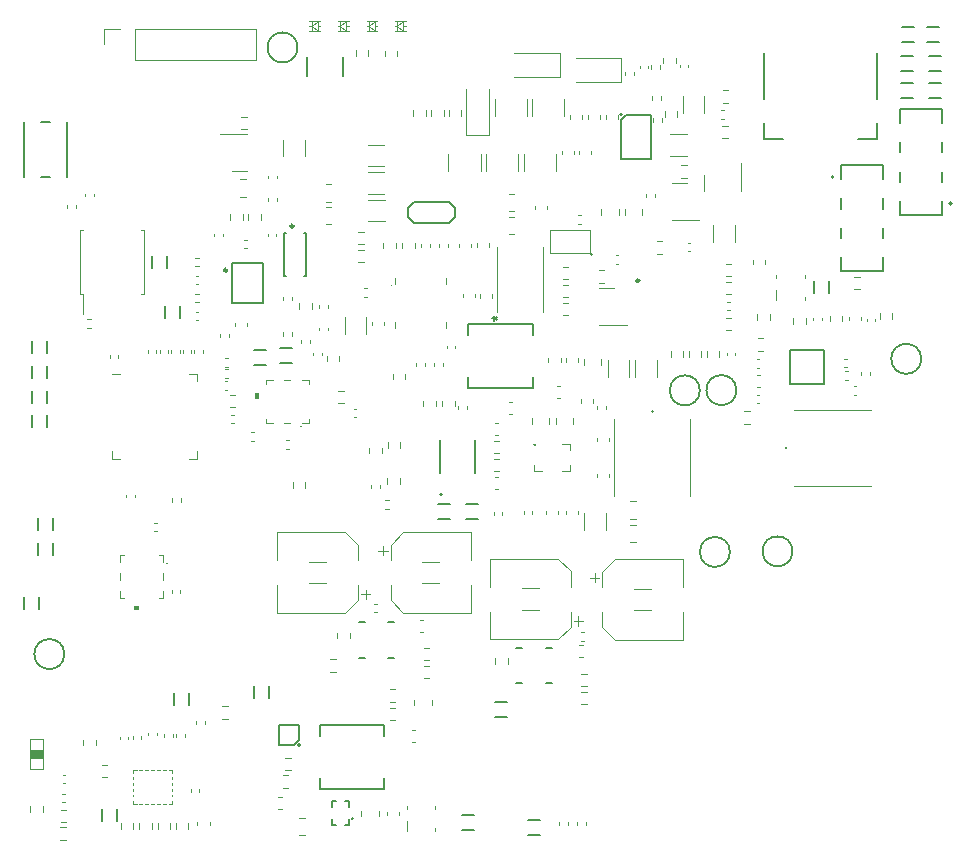
<source format=gbr>
%TF.GenerationSoftware,KiCad,Pcbnew,7.0.11-7.0.11~ubuntu22.04.1*%
%TF.CreationDate,2025-04-04T17:31:18+09:00*%
%TF.ProjectId,robot,726f626f-742e-46b6-9963-61645f706362,rev?*%
%TF.SameCoordinates,PX3938700PY9896800*%
%TF.FileFunction,Legend,Top*%
%TF.FilePolarity,Positive*%
%FSLAX46Y46*%
G04 Gerber Fmt 4.6, Leading zero omitted, Abs format (unit mm)*
G04 Created by KiCad (PCBNEW 7.0.11-7.0.11~ubuntu22.04.1) date 2025-04-04 17:31:18*
%MOMM*%
%LPD*%
G01*
G04 APERTURE LIST*
%ADD10C,0.150000*%
%ADD11C,0.200000*%
%ADD12C,0.120000*%
%ADD13C,0.160000*%
%ADD14C,0.127000*%
%ADD15C,0.110000*%
%ADD16C,0.100000*%
%ADD17C,0.239605*%
%ADD18C,0.250000*%
%ADD19C,0.152400*%
G04 APERTURE END LIST*
D10*
X100500026Y-115472868D02*
X100738121Y-115472868D01*
X100642883Y-115710963D02*
X100738121Y-115472868D01*
X100738121Y-115472868D02*
X100642883Y-115234773D01*
X100928597Y-115615725D02*
X100738121Y-115472868D01*
X100738121Y-115472868D02*
X100928597Y-115330011D01*
D11*
%TO.C,J1*%
X133057420Y-100260199D02*
X131500000Y-100260199D01*
X133057420Y-98939998D02*
X133057420Y-100260199D01*
X133054880Y-92990719D02*
X133054880Y-96940719D01*
X125100000Y-100262739D02*
X123534960Y-100262739D01*
X123534960Y-98939998D02*
X123534960Y-100262739D01*
X123532420Y-92990719D02*
X123532420Y-96940719D01*
D12*
%TO.C,R85*%
X87235940Y-145378565D02*
X86761424Y-145378565D01*
X87235940Y-144333565D02*
X86761424Y-144333565D01*
%TO.C,C101*%
X93709420Y-150290000D02*
X93990580Y-150290000D01*
X93709420Y-151310000D02*
X93990580Y-151310000D01*
%TO.C,R9*%
X130346359Y-119920000D02*
X130653641Y-119920000D01*
X130346359Y-120680000D02*
X130653641Y-120680000D01*
%TO.C,D3*%
X87441666Y-91110000D02*
X88341666Y-91110000D01*
X87641666Y-91110000D02*
X87641666Y-90310000D01*
X88141666Y-91110000D02*
X88141666Y-90310000D01*
X87641666Y-90710000D02*
X88141666Y-91110000D01*
X87641666Y-90710000D02*
X87441666Y-90710000D01*
X88141666Y-90710000D02*
X88341666Y-90710000D01*
X87441666Y-90310000D02*
X88341666Y-90310000D01*
X88141666Y-90310000D02*
X87641666Y-90710000D01*
D10*
%TO.C,TP3*%
X73515000Y-148208000D02*
X73515000Y-147192000D01*
X74785000Y-147192000D02*
X74785000Y-148208000D01*
%TO.C,TP9*%
X127765000Y-113308000D02*
X127765000Y-112292000D01*
X129035000Y-112292000D02*
X129035000Y-113308000D01*
%TO.C,TP16*%
X61515000Y-124708000D02*
X61515000Y-123692000D01*
X62785000Y-123692000D02*
X62785000Y-124708000D01*
D12*
%TO.C,R31*%
X87388630Y-142578787D02*
X87388630Y-142104271D01*
X88433630Y-142578787D02*
X88433630Y-142104271D01*
%TO.C,C78*%
X106279200Y-118872220D02*
X106279200Y-119153380D01*
X105259200Y-118872220D02*
X105259200Y-119153380D01*
%TO.C,C34*%
X106740000Y-132063449D02*
X106740000Y-131782289D01*
X107760000Y-132063449D02*
X107760000Y-131782289D01*
%TO.C,C10*%
X74283600Y-118377736D02*
X74283600Y-118162064D01*
X75003600Y-118377736D02*
X75003600Y-118162064D01*
%TO.C,R79*%
X89637258Y-109172500D02*
X89162742Y-109172500D01*
X89637258Y-108127500D02*
X89162742Y-108127500D01*
%TO.C,U4*%
X108790000Y-107980200D02*
X105390000Y-107980200D01*
X105390000Y-107980200D02*
X105390000Y-109930200D01*
X105390000Y-109930200D02*
X108790000Y-109930200D01*
X108790000Y-109930200D02*
X108790000Y-107980200D01*
D13*
X108970000Y-110055200D02*
G75*
G03*
X108810000Y-110055200I-80000J0D01*
G01*
X108810000Y-110055200D02*
G75*
G03*
X108970000Y-110055200I80000J0D01*
G01*
D12*
%TO.C,C61*%
X82219000Y-108318864D02*
X82219000Y-108534536D01*
X81499000Y-108318864D02*
X81499000Y-108534536D01*
D14*
%TO.C,U7*%
X84785000Y-94970000D02*
X84785000Y-93370000D01*
X87835000Y-93370000D02*
X87835000Y-94970000D01*
D12*
%TO.C,D4*%
X111410000Y-95450000D02*
X111410000Y-93450000D01*
X111410000Y-95450000D02*
X107550000Y-95450000D01*
X111410000Y-93450000D02*
X107550000Y-93450000D01*
%TO.C,U6*%
X104009892Y-128390831D02*
X104009892Y-127883831D01*
X104716892Y-128390831D02*
X104009892Y-128390831D01*
X106370892Y-126122831D02*
X107077892Y-126122831D01*
X106370892Y-126122831D02*
X107077892Y-126122831D01*
X106370892Y-126122831D02*
X107077892Y-126122831D01*
X106370892Y-128390831D02*
X107077892Y-128390831D01*
X107077892Y-126122831D02*
X107077892Y-126629831D01*
X107077892Y-126122831D02*
X107077892Y-126629831D01*
X107077892Y-126122831D02*
X107077892Y-126629831D01*
X107077892Y-128390831D02*
X107077892Y-127883831D01*
D11*
X104129892Y-126192831D02*
G75*
G03*
X104029892Y-126192831I-50000J0D01*
G01*
X104029892Y-126192831D02*
G75*
G03*
X104129892Y-126192831I50000J0D01*
G01*
D12*
%TO.C,R62*%
X120249634Y-115436331D02*
X120724150Y-115436331D01*
X120249634Y-116481331D02*
X120724150Y-116481331D01*
%TO.C,C6*%
X71337200Y-118377736D02*
X71337200Y-118162064D01*
X72057200Y-118377736D02*
X72057200Y-118162064D01*
%TO.C,C35*%
X83070365Y-125783900D02*
X83286037Y-125783900D01*
X83070365Y-126503900D02*
X83286037Y-126503900D01*
%TO.C,C66*%
X86560000Y-116272164D02*
X86560000Y-116487836D01*
X85840000Y-116272164D02*
X85840000Y-116487836D01*
%TO.C,R30*%
X94698872Y-144919029D02*
X95173388Y-144919029D01*
X94698872Y-145964029D02*
X95173388Y-145964029D01*
%TO.C,R25*%
X87948658Y-122659300D02*
X87474142Y-122659300D01*
X87948658Y-121614300D02*
X87474142Y-121614300D01*
%TO.C,C56*%
X79710000Y-115859420D02*
X79710000Y-116140580D01*
X78690000Y-115859420D02*
X78690000Y-116140580D01*
%TO.C,R22*%
X78267142Y-121963800D02*
X78741658Y-121963800D01*
X78267142Y-123008800D02*
X78741658Y-123008800D01*
%TO.C,C32*%
X103151892Y-132030705D02*
X103151892Y-131815033D01*
X103871892Y-132030705D02*
X103871892Y-131815033D01*
%TO.C,C36*%
X78396564Y-123650300D02*
X78612236Y-123650300D01*
X78396564Y-124370300D02*
X78612236Y-124370300D01*
D10*
%TO.C,TP8*%
X136158000Y-96785000D02*
X135142000Y-96785000D01*
X135142000Y-95515000D02*
X136158000Y-95515000D01*
D12*
%TO.C,C130*%
X107410000Y-101284420D02*
X107410000Y-101565580D01*
X106390000Y-101284420D02*
X106390000Y-101565580D01*
%TO.C,R100*%
X113920000Y-94363641D02*
X113920000Y-94056359D01*
X114680000Y-94363641D02*
X114680000Y-94056359D01*
%TO.C,C50*%
X75440000Y-149807836D02*
X75440000Y-149592164D01*
X76160000Y-149807836D02*
X76160000Y-149592164D01*
%TO.C,U2*%
X65564193Y-113407431D02*
X65824193Y-113407431D01*
X65824193Y-113407431D02*
X65824193Y-115082431D01*
X71014193Y-113407431D02*
X70754193Y-113407431D01*
X65564193Y-110682431D02*
X65564193Y-113407431D01*
X65564193Y-110682431D02*
X65564193Y-107957431D01*
X71014193Y-110682431D02*
X71014193Y-113407431D01*
X71014193Y-110682431D02*
X71014193Y-107957431D01*
X65564193Y-107957431D02*
X65824193Y-107957431D01*
X71014193Y-107957431D02*
X70754193Y-107957431D01*
%TO.C,R84*%
X91677500Y-126437258D02*
X91677500Y-125962742D01*
X92722500Y-126437258D02*
X92722500Y-125962742D01*
%TO.C,C38*%
X85340000Y-118607836D02*
X85340000Y-118392164D01*
X86060000Y-118607836D02*
X86060000Y-118392164D01*
%TO.C,R38*%
X69077500Y-158687258D02*
X69077500Y-158212742D01*
X70122500Y-158687258D02*
X70122500Y-158212742D01*
%TO.C,R2*%
X65240000Y-105866359D02*
X65240000Y-106173641D01*
X64480000Y-105866359D02*
X64480000Y-106173641D01*
%TO.C,Q3*%
X121580000Y-104012500D02*
X121580000Y-102337500D01*
X121580000Y-104012500D02*
X121580000Y-104662500D01*
X118460000Y-104012500D02*
X118460000Y-103362500D01*
X118460000Y-104012500D02*
X118460000Y-104662500D01*
%TO.C,R33*%
X106880000Y-158096359D02*
X106880000Y-158403641D01*
X106120000Y-158096359D02*
X106120000Y-158403641D01*
%TO.C,C27*%
X107986892Y-122599411D02*
X107986892Y-122318251D01*
X109006892Y-122599411D02*
X109006892Y-122318251D01*
%TO.C,R11*%
X93890000Y-148227064D02*
X93890000Y-147772936D01*
X95360000Y-148227064D02*
X95360000Y-147772936D01*
%TO.C,C94*%
X130322164Y-118890000D02*
X130537836Y-118890000D01*
X130322164Y-119610000D02*
X130537836Y-119610000D01*
%TO.C,R71*%
X112657064Y-134435000D02*
X112202936Y-134435000D01*
X112657064Y-132965000D02*
X112202936Y-132965000D01*
%TO.C,C54*%
X64333236Y-154830400D02*
X64117564Y-154830400D01*
X64333236Y-154110400D02*
X64117564Y-154110400D01*
%TO.C,R105*%
X94872500Y-97837742D02*
X94872500Y-98312258D01*
X93827500Y-97837742D02*
X93827500Y-98312258D01*
%TO.C,C8*%
X73318400Y-118377736D02*
X73318400Y-118162064D01*
X74038400Y-118377736D02*
X74038400Y-118162064D01*
D10*
%TO.C,TP7*%
X60865000Y-140108000D02*
X60865000Y-139092000D01*
X62135000Y-139092000D02*
X62135000Y-140108000D01*
D12*
%TO.C,C62*%
X81520400Y-105508136D02*
X81520400Y-105292464D01*
X82240400Y-105508136D02*
X82240400Y-105292464D01*
%TO.C,C60*%
X79490564Y-108828700D02*
X79706236Y-108828700D01*
X79490564Y-109548700D02*
X79706236Y-109548700D01*
%TO.C,Q5*%
X84952401Y-124315100D02*
X84952401Y-123962795D01*
X84952401Y-121017405D02*
X84952401Y-120665100D01*
X84952401Y-120665100D02*
X84350096Y-120665100D01*
X84350096Y-124315100D02*
X84952401Y-124315100D01*
X83404708Y-120665100D02*
X82850094Y-120665100D01*
X82850094Y-124315100D02*
X83404708Y-124315100D01*
X81904706Y-120665100D02*
X81302401Y-120665100D01*
X81302401Y-124315100D02*
X81904706Y-124315100D01*
X81302401Y-123962795D02*
X81302401Y-124315100D01*
X81302401Y-120665100D02*
X81302401Y-121017405D01*
D15*
X84332401Y-124640100D02*
G75*
G03*
X84222401Y-124640100I-55000J0D01*
G01*
X84222401Y-124640100D02*
G75*
G03*
X84332401Y-124640100I55000J0D01*
G01*
D16*
X80679458Y-122180601D02*
X80425458Y-122180601D01*
X80425458Y-121799601D01*
X80679458Y-121799601D01*
X80679458Y-122180601D01*
G36*
X80679458Y-122180601D02*
G01*
X80425458Y-122180601D01*
X80425458Y-121799601D01*
X80679458Y-121799601D01*
X80679458Y-122180601D01*
G37*
D12*
%TO.C,R5*%
X74170000Y-130706359D02*
X74170000Y-131013641D01*
X73410000Y-130706359D02*
X73410000Y-131013641D01*
%TO.C,C95*%
X131092164Y-121240000D02*
X131307836Y-121240000D01*
X131092164Y-121960000D02*
X131307836Y-121960000D01*
%TO.C,D2*%
X85025000Y-91110000D02*
X85925000Y-91110000D01*
X85225000Y-91110000D02*
X85225000Y-90310000D01*
X85725000Y-91110000D02*
X85725000Y-90310000D01*
X85225000Y-90710000D02*
X85725000Y-91110000D01*
X85225000Y-90710000D02*
X85025000Y-90710000D01*
X85725000Y-90710000D02*
X85925000Y-90710000D01*
X85025000Y-90310000D02*
X85925000Y-90310000D01*
X85725000Y-90310000D02*
X85225000Y-90710000D01*
%TO.C,Q7*%
X79087500Y-99890000D02*
X77412500Y-99890000D01*
X79087500Y-99890000D02*
X79737500Y-99890000D01*
X79087500Y-103010000D02*
X78437500Y-103010000D01*
X79087500Y-103010000D02*
X79737500Y-103010000D01*
%TO.C,C107*%
X89938748Y-103090000D02*
X91361252Y-103090000D01*
X89938748Y-104910000D02*
X91361252Y-104910000D01*
D14*
%TO.C,TP39*%
X84010000Y-92540000D02*
G75*
G03*
X81470000Y-92540000I-1270000J0D01*
G01*
X81470000Y-92540000D02*
G75*
G03*
X84010000Y-92540000I1270000J0D01*
G01*
D12*
%TO.C,R45*%
X79836500Y-107153158D02*
X79836500Y-106678642D01*
X80881500Y-107153158D02*
X80881500Y-106678642D01*
%TO.C,R10*%
X83622707Y-129835127D02*
X83622707Y-129360611D01*
X84667707Y-129835127D02*
X84667707Y-129360611D01*
%TO.C,R77*%
X86877064Y-105585000D02*
X86422936Y-105585000D01*
X86877064Y-104115000D02*
X86422936Y-104115000D01*
%TO.C,R24*%
X87522500Y-118637742D02*
X87522500Y-119112258D01*
X86477500Y-118637742D02*
X86477500Y-119112258D01*
%TO.C,R64*%
X120249634Y-112386331D02*
X120724150Y-112386331D01*
X120249634Y-113431331D02*
X120724150Y-113431331D01*
D14*
%TO.C,U16*%
X88395000Y-158345000D02*
X88395000Y-157847500D01*
X88395000Y-158345000D02*
X88022500Y-158345000D01*
X88395000Y-156355000D02*
X88395000Y-156852500D01*
X88395000Y-156355000D02*
X88022500Y-156355000D01*
X86905000Y-158345000D02*
X87277500Y-158345000D01*
X86905000Y-158345000D02*
X86905000Y-157847500D01*
X86905000Y-156355000D02*
X87277500Y-156355000D01*
X86905000Y-156355000D02*
X86905000Y-156852500D01*
D10*
X88705000Y-157850000D02*
G75*
G03*
X88555000Y-157850000I-75000J0D01*
G01*
X88555000Y-157850000D02*
G75*
G03*
X88705000Y-157850000I75000J0D01*
G01*
D12*
%TO.C,C47*%
X71374400Y-150765436D02*
X71374400Y-150549764D01*
X72094400Y-150765436D02*
X72094400Y-150549764D01*
D10*
%TO.C,TP11*%
X63285000Y-134492000D02*
X63285000Y-135508000D01*
X62015000Y-135508000D02*
X62015000Y-134492000D01*
D12*
%TO.C,C109*%
X116640000Y-98061252D02*
X116640000Y-96638748D01*
X118460000Y-98061252D02*
X118460000Y-96638748D01*
D10*
%TO.C,TP2*%
X61515000Y-118408000D02*
X61515000Y-117392000D01*
X62785000Y-117392000D02*
X62785000Y-118408000D01*
D12*
%TO.C,R46*%
X83534400Y-113632459D02*
X83534400Y-113939741D01*
X82774400Y-113632459D02*
X82774400Y-113939741D01*
%TO.C,C111*%
X120107836Y-98560000D02*
X119892164Y-98560000D01*
X120107836Y-97840000D02*
X119892164Y-97840000D01*
%TO.C,C2*%
X70240000Y-130402164D02*
X70240000Y-130617836D01*
X69520000Y-130402164D02*
X69520000Y-130617836D01*
D10*
%TO.C,TP6*%
X67465000Y-158058000D02*
X67465000Y-157042000D01*
X68735000Y-157042000D02*
X68735000Y-158058000D01*
D14*
%TO.C,S3*%
X133600000Y-102500000D02*
X133600000Y-103680000D01*
X130000000Y-102500000D02*
X133600000Y-102500000D01*
X130000000Y-103680000D02*
X130000000Y-102500000D01*
X133600000Y-105320000D02*
X133600000Y-106180000D01*
X130000000Y-106180000D02*
X130000000Y-105320000D01*
X133600000Y-107820000D02*
X133600000Y-108680000D01*
X130000000Y-108680000D02*
X130000000Y-107820000D01*
X133600000Y-110320000D02*
X133600000Y-111500000D01*
X133600000Y-111500000D02*
X130000000Y-111500000D01*
X130000000Y-111500000D02*
X130000000Y-110320000D01*
D11*
X129400000Y-103500000D02*
G75*
G03*
X129200000Y-103500000I-100000J0D01*
G01*
X129200000Y-103500000D02*
G75*
G03*
X129400000Y-103500000I100000J0D01*
G01*
D12*
%TO.C,C53*%
X64307836Y-156430600D02*
X64092164Y-156430600D01*
X64307836Y-155710600D02*
X64092164Y-155710600D01*
D10*
%TO.C,TP22*%
X137292000Y-90765000D02*
X138308000Y-90765000D01*
X138308000Y-92035000D02*
X137292000Y-92035000D01*
D12*
%TO.C,R92*%
X123437258Y-118222500D02*
X122962742Y-118222500D01*
X123437258Y-117177500D02*
X122962742Y-117177500D01*
%TO.C,R70*%
X105331892Y-123951767D02*
X105331892Y-124405895D01*
X103861892Y-123951767D02*
X103861892Y-124405895D01*
D10*
%TO.C,TP5*%
X80365000Y-147658000D02*
X80365000Y-146642000D01*
X81635000Y-146642000D02*
X81635000Y-147658000D01*
D12*
%TO.C,C43*%
X94358102Y-140981529D02*
X94639262Y-140981529D01*
X94358102Y-142001529D02*
X94639262Y-142001529D01*
%TO.C,C89*%
X108787500Y-137427500D02*
X109575000Y-137427500D01*
X109181250Y-137033750D02*
X109181250Y-137821250D01*
X109815000Y-136929437D02*
X109815000Y-138215000D01*
X109815000Y-136929437D02*
X110879437Y-135865000D01*
X109815000Y-141620563D02*
X109815000Y-140335000D01*
X109815000Y-141620563D02*
X110879437Y-142685000D01*
X110879437Y-135865000D02*
X116635000Y-135865000D01*
X110879437Y-142685000D02*
X116635000Y-142685000D01*
X112513748Y-138365000D02*
X113936252Y-138365000D01*
X112513748Y-140185000D02*
X113936252Y-140185000D01*
X116635000Y-135865000D02*
X116635000Y-138215000D01*
X116635000Y-142685000D02*
X116635000Y-140335000D01*
%TO.C,R81*%
X92877500Y-109537258D02*
X92877500Y-109062742D01*
X93922500Y-109537258D02*
X93922500Y-109062742D01*
%TO.C,C41*%
X90707836Y-140360000D02*
X90492164Y-140360000D01*
X90707836Y-139640000D02*
X90492164Y-139640000D01*
%TO.C,R65*%
X78087258Y-149372500D02*
X77612742Y-149372500D01*
X78087258Y-148327500D02*
X77612742Y-148327500D01*
%TO.C,R68*%
X102377064Y-106385000D02*
X101922936Y-106385000D01*
X102377064Y-104915000D02*
X101922936Y-104915000D01*
D10*
%TO.C,TP19*%
X99308000Y-132435000D02*
X98292000Y-132435000D01*
X98292000Y-131165000D02*
X99308000Y-131165000D01*
D12*
%TO.C,R76*%
X106937258Y-115222500D02*
X106462742Y-115222500D01*
X106937258Y-114177500D02*
X106462742Y-114177500D01*
%TO.C,R37*%
X71672500Y-158212742D02*
X71672500Y-158687258D01*
X70627500Y-158212742D02*
X70627500Y-158687258D01*
%TO.C,C69*%
X96314199Y-119257364D02*
X96314199Y-119473036D01*
X95594199Y-119257364D02*
X95594199Y-119473036D01*
%TO.C,R18*%
X109996558Y-112444500D02*
X109522042Y-112444500D01*
X109996558Y-111399500D02*
X109522042Y-111399500D01*
%TO.C,R44*%
X79625464Y-105177100D02*
X79171336Y-105177100D01*
X79625464Y-103707100D02*
X79171336Y-103707100D01*
%TO.C,Q1*%
X110191100Y-115996600D02*
X111866100Y-115996600D01*
X110191100Y-115996600D02*
X109541100Y-115996600D01*
X110191100Y-112876600D02*
X110841100Y-112876600D01*
X110191100Y-112876600D02*
X109541100Y-112876600D01*
%TO.C,C44*%
X74077500Y-138472164D02*
X74077500Y-138687836D01*
X73357500Y-138472164D02*
X73357500Y-138687836D01*
D14*
%TO.C,U9*%
X92211130Y-144191529D02*
X91711130Y-144191529D01*
X92211130Y-141191529D02*
X91711130Y-141191529D01*
X89211130Y-144191529D02*
X89711130Y-144191529D01*
X89211130Y-141191529D02*
X89711130Y-141191529D01*
D10*
%TO.C,TP23*%
X135192000Y-90765000D02*
X136208000Y-90765000D01*
X136208000Y-92035000D02*
X135192000Y-92035000D01*
D12*
%TO.C,R57*%
X91812742Y-148427500D02*
X92287258Y-148427500D01*
X91812742Y-149472500D02*
X92287258Y-149472500D01*
%TO.C,C12*%
X77860564Y-120805500D02*
X78076236Y-120805500D01*
X77860564Y-121525500D02*
X78076236Y-121525500D01*
%TO.C,R103*%
X97872500Y-97837742D02*
X97872500Y-98312258D01*
X96827500Y-97837742D02*
X96827500Y-98312258D01*
%TO.C,C25*%
X102190580Y-123610000D02*
X101909420Y-123610000D01*
X102190580Y-122590000D02*
X101909420Y-122590000D01*
D10*
%TO.C,TP20*%
X137492000Y-93265000D02*
X138508000Y-93265000D01*
X138508000Y-94535000D02*
X137492000Y-94535000D01*
D12*
%TO.C,U25*%
X124550000Y-113900000D02*
X124550000Y-113050000D01*
X126950000Y-113900000D02*
X126950000Y-113650001D01*
X124550000Y-112049999D02*
X124550000Y-111800000D01*
X126950000Y-112049999D02*
X126950000Y-111800000D01*
%TO.C,R78*%
X86864564Y-107510000D02*
X86410436Y-107510000D01*
X86864564Y-106040000D02*
X86410436Y-106040000D01*
D14*
%TO.C,TP30*%
X118070000Y-121570495D02*
G75*
G03*
X115530000Y-121570495I-1270000J0D01*
G01*
X115530000Y-121570495D02*
G75*
G03*
X118070000Y-121570495I1270000J0D01*
G01*
D12*
%TO.C,R101*%
X112530000Y-94596359D02*
X112530000Y-94903641D01*
X111770000Y-94596359D02*
X111770000Y-94903641D01*
%TO.C,C103*%
X117034056Y-109078831D02*
X117249728Y-109078831D01*
X117034056Y-109798831D02*
X117249728Y-109798831D01*
%TO.C,C108*%
X89938748Y-100790000D02*
X91361252Y-100790000D01*
X89938748Y-102610000D02*
X91361252Y-102610000D01*
%TO.C,R69*%
X107331892Y-123946767D02*
X107331892Y-124400895D01*
X105861892Y-123946767D02*
X105861892Y-124400895D01*
%TO.C,R16*%
X106946258Y-112180300D02*
X106471742Y-112180300D01*
X106946258Y-111135300D02*
X106471742Y-111135300D01*
%TO.C,R74*%
X84627064Y-159235000D02*
X84172936Y-159235000D01*
X84627064Y-157765000D02*
X84172936Y-157765000D01*
%TO.C,Q4*%
X116342500Y-107110000D02*
X118017500Y-107110000D01*
X116342500Y-107110000D02*
X115692500Y-107110000D01*
X116342500Y-103990000D02*
X116992500Y-103990000D01*
X116342500Y-103990000D02*
X115692500Y-103990000D01*
%TO.C,R34*%
X63933342Y-158577500D02*
X64407858Y-158577500D01*
X63933342Y-159622500D02*
X64407858Y-159622500D01*
%TO.C,R13*%
X83437258Y-153722500D02*
X82962742Y-153722500D01*
X83437258Y-152677500D02*
X82962742Y-152677500D01*
%TO.C,R43*%
X78313900Y-107153158D02*
X78313900Y-106678642D01*
X79358900Y-107153158D02*
X79358900Y-106678642D01*
%TO.C,C72*%
X89857836Y-113660000D02*
X89642164Y-113660000D01*
X89857836Y-112940000D02*
X89642164Y-112940000D01*
%TO.C,C63*%
X81540000Y-103627836D02*
X81540000Y-103412164D01*
X82260000Y-103627836D02*
X82260000Y-103412164D01*
%TO.C,C57*%
X75602636Y-115635600D02*
X75386964Y-115635600D01*
X75602636Y-114915600D02*
X75386964Y-114915600D01*
%TO.C,C91*%
X110110000Y-131988748D02*
X110110000Y-133411252D01*
X108290000Y-131988748D02*
X108290000Y-133411252D01*
%TO.C,C28*%
X100985472Y-129925831D02*
X100704312Y-129925831D01*
X100985472Y-128905831D02*
X100704312Y-128905831D01*
%TO.C,C83*%
X114410000Y-119038748D02*
X114410000Y-120461252D01*
X112590000Y-119038748D02*
X112590000Y-120461252D01*
%TO.C,R7*%
X91446359Y-130820000D02*
X91753641Y-130820000D01*
X91446359Y-131580000D02*
X91753641Y-131580000D01*
%TO.C,C79*%
X89810000Y-115388748D02*
X89810000Y-116811252D01*
X87990000Y-115388748D02*
X87990000Y-116811252D01*
%TO.C,C131*%
X105910000Y-101538748D02*
X105910000Y-102961252D01*
X103190000Y-101538748D02*
X103190000Y-102961252D01*
%TO.C,C26*%
X100985472Y-125353831D02*
X100704312Y-125353831D01*
X100985472Y-124333831D02*
X100704312Y-124333831D01*
%TO.C,R42*%
X75341159Y-113371600D02*
X75648441Y-113371600D01*
X75341159Y-114131600D02*
X75648441Y-114131600D01*
%TO.C,C22*%
X107792164Y-106740000D02*
X108007836Y-106740000D01*
X107792164Y-107460000D02*
X108007836Y-107460000D01*
%TO.C,C9*%
X72353200Y-118377736D02*
X72353200Y-118162064D01*
X73073200Y-118377736D02*
X73073200Y-118162064D01*
%TO.C,R4*%
X78150041Y-120552869D02*
X77842759Y-120552869D01*
X78150041Y-119792869D02*
X77842759Y-119792869D01*
%TO.C,C90*%
X90862500Y-135152500D02*
X91650000Y-135152500D01*
X91256250Y-134758750D02*
X91256250Y-135546250D01*
X91890000Y-134654437D02*
X91890000Y-135940000D01*
X91890000Y-134654437D02*
X92954437Y-133590000D01*
X91890000Y-139345563D02*
X91890000Y-138060000D01*
X91890000Y-139345563D02*
X92954437Y-140410000D01*
X92954437Y-133590000D02*
X98710000Y-133590000D01*
X92954437Y-140410000D02*
X98710000Y-140410000D01*
X94588748Y-136090000D02*
X96011252Y-136090000D01*
X94588748Y-137910000D02*
X96011252Y-137910000D01*
X98710000Y-133590000D02*
X98710000Y-135940000D01*
X98710000Y-140410000D02*
X98710000Y-138060000D01*
%TO.C,C15*%
X68110000Y-118807836D02*
X68110000Y-118592164D01*
X68830000Y-118807836D02*
X68830000Y-118592164D01*
%TO.C,C106*%
X89963748Y-105440000D02*
X91386252Y-105440000D01*
X89963748Y-107260000D02*
X91386252Y-107260000D01*
%TO.C,C58*%
X75602636Y-112587600D02*
X75386964Y-112587600D01*
X75602636Y-111867600D02*
X75386964Y-111867600D01*
%TO.C,R60*%
X117139392Y-118746089D02*
X117139392Y-118271573D01*
X118184392Y-118746089D02*
X118184392Y-118271573D01*
%TO.C,R32*%
X108405000Y-158096359D02*
X108405000Y-158403641D01*
X107645000Y-158096359D02*
X107645000Y-158403641D01*
D10*
%TO.C,TP27*%
X81308000Y-119435000D02*
X80292000Y-119435000D01*
X80292000Y-118165000D02*
X81308000Y-118165000D01*
%TO.C,TP15*%
X137492000Y-95515000D02*
X138508000Y-95515000D01*
X138508000Y-96785000D02*
X137492000Y-96785000D01*
D12*
%TO.C,C97*%
X92633993Y-157249351D02*
X92633993Y-157530511D01*
X91613993Y-157249351D02*
X91613993Y-157530511D01*
%TO.C,C136*%
X108110000Y-98279420D02*
X108110000Y-98560580D01*
X107090000Y-98279420D02*
X107090000Y-98560580D01*
D14*
%TO.C,TP40*%
X136820000Y-118900000D02*
G75*
G03*
X134280000Y-118900000I-1270000J0D01*
G01*
X134280000Y-118900000D02*
G75*
G03*
X136820000Y-118900000I1270000J0D01*
G01*
D12*
%TO.C,R19*%
X96258392Y-122909089D02*
X96258392Y-122434573D01*
X97303392Y-122909089D02*
X97303392Y-122434573D01*
%TO.C,C74*%
X108187500Y-141097500D02*
X107400000Y-141097500D01*
X107793750Y-141491250D02*
X107793750Y-140703750D01*
X107160000Y-141595563D02*
X107160000Y-140310000D01*
X107160000Y-141595563D02*
X106095563Y-142660000D01*
X107160000Y-136904437D02*
X107160000Y-138190000D01*
X107160000Y-136904437D02*
X106095563Y-135840000D01*
X106095563Y-142660000D02*
X100340000Y-142660000D01*
X106095563Y-135840000D02*
X100340000Y-135840000D01*
X104461252Y-140160000D02*
X103038748Y-140160000D01*
X104461252Y-138340000D02*
X103038748Y-138340000D01*
X100340000Y-142660000D02*
X100340000Y-140310000D01*
X100340000Y-135840000D02*
X100340000Y-138190000D01*
%TO.C,C84*%
X132460000Y-120042164D02*
X132460000Y-120257836D01*
X131740000Y-120042164D02*
X131740000Y-120257836D01*
%TO.C,R3*%
X78148848Y-119552869D02*
X77841566Y-119552869D01*
X78148848Y-118792869D02*
X77841566Y-118792869D01*
%TO.C,D1*%
X92275000Y-91110000D02*
X93175000Y-91110000D01*
X92475000Y-91110000D02*
X92475000Y-90310000D01*
X92975000Y-91110000D02*
X92975000Y-90310000D01*
X92475000Y-90710000D02*
X92975000Y-91110000D01*
X92475000Y-90710000D02*
X92275000Y-90710000D01*
X92975000Y-90710000D02*
X93175000Y-90710000D01*
X92275000Y-90310000D02*
X93175000Y-90310000D01*
X92975000Y-90310000D02*
X92475000Y-90710000D01*
%TO.C,U18*%
D17*
X112937694Y-112288831D02*
G75*
G03*
X112698090Y-112288831I-119802J0D01*
G01*
X112698090Y-112288831D02*
G75*
G03*
X112937694Y-112288831I119802J0D01*
G01*
D12*
%TO.C,U11*%
X70062400Y-153681600D02*
X70062400Y-153957517D01*
X70062400Y-154301283D02*
X70062400Y-154457517D01*
X70062400Y-154801283D02*
X70062400Y-154957517D01*
X70062400Y-155301283D02*
X70062400Y-155457517D01*
X70062400Y-155801283D02*
X70062400Y-155957517D01*
X70062400Y-156301283D02*
X70062400Y-156577200D01*
X70062400Y-156577200D02*
X70384704Y-156577200D01*
X70384704Y-153681600D02*
X70062400Y-153681600D01*
X70592896Y-156577200D02*
X70884704Y-156577200D01*
X70884704Y-153681600D02*
X70592896Y-153681600D01*
X71092896Y-156577200D02*
X71384704Y-156577200D01*
X71384704Y-153681600D02*
X71092896Y-153681600D01*
X71592896Y-156577200D02*
X71884704Y-156577200D01*
X71884704Y-153681600D02*
X71592896Y-153681600D01*
X72092896Y-156577200D02*
X72384704Y-156577200D01*
X72384704Y-153681600D02*
X72092896Y-153681600D01*
X72592896Y-156577200D02*
X72884704Y-156577200D01*
X72884704Y-153681600D02*
X72592896Y-153681600D01*
X73092896Y-156577200D02*
X73415200Y-156577200D01*
X73415200Y-153681600D02*
X73092896Y-153681600D01*
X73415200Y-153957516D02*
X73415200Y-153681600D01*
X73415200Y-154457516D02*
X73415200Y-154301284D01*
X73415200Y-154957516D02*
X73415200Y-154801284D01*
X73415200Y-155457516D02*
X73415200Y-155301284D01*
X73415200Y-155957516D02*
X73415200Y-155801284D01*
X73415200Y-156577200D02*
X73415200Y-156301284D01*
D10*
%TO.C,TP14*%
X104508000Y-159235000D02*
X103492000Y-159235000D01*
X103492000Y-157965000D02*
X104508000Y-157965000D01*
D12*
%TO.C,C21*%
X110962164Y-110140000D02*
X111177836Y-110140000D01*
X110962164Y-110860000D02*
X111177836Y-110860000D01*
D10*
%TO.C,Q2*%
X84705207Y-108277869D02*
X84705207Y-111867869D01*
X84545207Y-108277869D02*
X84705207Y-108277869D01*
X82885207Y-108277869D02*
X83045207Y-108277869D01*
X82885207Y-108277869D02*
X82885207Y-111867869D01*
X84545207Y-111867869D02*
X84705207Y-111867869D01*
X82885207Y-111867869D02*
X83045207Y-111867869D01*
D18*
X83670207Y-107677869D02*
G75*
G03*
X83420207Y-107677869I-125000J0D01*
G01*
X83420207Y-107677869D02*
G75*
G03*
X83670207Y-107677869I125000J0D01*
G01*
D12*
%TO.C,R49*%
X92311099Y-109069542D02*
X92311099Y-109544058D01*
X91266099Y-109069542D02*
X91266099Y-109544058D01*
D10*
%TO.C,TP4*%
X97942000Y-157515000D02*
X98958000Y-157515000D01*
X98958000Y-158785000D02*
X97942000Y-158785000D01*
%TO.C,L2*%
X98478207Y-115955869D02*
X103912207Y-115955869D01*
X98478207Y-116902869D02*
X98478207Y-115955869D01*
X98478207Y-121389869D02*
X98478207Y-120442869D01*
X98478207Y-121389869D02*
X103912207Y-121389869D01*
X103912207Y-116902869D02*
X103912207Y-115955869D01*
X103912207Y-121389869D02*
X103912207Y-120442869D01*
D12*
%TO.C,R36*%
X67437742Y-153277500D02*
X67912258Y-153277500D01*
X67437742Y-154322500D02*
X67912258Y-154322500D01*
%TO.C,R41*%
X75341159Y-110323600D02*
X75648441Y-110323600D01*
X75341159Y-111083600D02*
X75648441Y-111083600D01*
D10*
%TO.C,TP26*%
X83538000Y-119275000D02*
X82522000Y-119275000D01*
X82522000Y-118005000D02*
X83538000Y-118005000D01*
D12*
%TO.C,C132*%
X111110000Y-98279420D02*
X111110000Y-98560580D01*
X110090000Y-98279420D02*
X110090000Y-98560580D01*
D10*
%TO.C,TP12*%
X97374599Y-106912800D02*
X96874599Y-107412800D01*
X97374599Y-106112800D02*
X97374599Y-106912800D01*
X96874599Y-107412800D02*
X93844599Y-107412800D01*
X96874599Y-105612800D02*
X97374599Y-106112800D01*
X93844599Y-107412800D02*
X93344599Y-106912800D01*
X93844599Y-105612800D02*
X96874599Y-105612800D01*
X93344599Y-106912800D02*
X93344599Y-106112800D01*
X93344599Y-106112800D02*
X93844599Y-105612800D01*
D12*
%TO.C,D10*%
X98250000Y-99910000D02*
X100250000Y-99910000D01*
X98250000Y-99910000D02*
X98250000Y-96050000D01*
X100250000Y-99910000D02*
X100250000Y-96050000D01*
%TO.C,R47*%
X83534400Y-116642859D02*
X83534400Y-116950141D01*
X82774400Y-116642859D02*
X82774400Y-116950141D01*
%TO.C,C71*%
X94476599Y-109414636D02*
X94476599Y-109198964D01*
X95196599Y-109414636D02*
X95196599Y-109198964D01*
%TO.C,R14*%
X91122500Y-126437742D02*
X91122500Y-126912258D01*
X90077500Y-126437742D02*
X90077500Y-126912258D01*
%TO.C,C75*%
X91360000Y-115772220D02*
X91360000Y-116053380D01*
X90340000Y-115772220D02*
X90340000Y-116053380D01*
%TO.C,R54*%
X111214329Y-106235436D02*
X111214329Y-106689564D01*
X109744329Y-106235436D02*
X109744329Y-106689564D01*
D10*
%TO.C,TP24*%
X63285000Y-132342000D02*
X63285000Y-133358000D01*
X62015000Y-133358000D02*
X62015000Y-132342000D01*
D12*
%TO.C,C52*%
X73740000Y-150907836D02*
X73740000Y-150692164D01*
X74460000Y-150907836D02*
X74460000Y-150692164D01*
%TO.C,C24*%
X97640000Y-123107836D02*
X97640000Y-122892164D01*
X98360000Y-123107836D02*
X98360000Y-122892164D01*
%TO.C,R51*%
X119226892Y-109035895D02*
X119226892Y-107581767D01*
X121046892Y-109035895D02*
X121046892Y-107581767D01*
%TO.C,C49*%
X76560000Y-158109420D02*
X76560000Y-158390580D01*
X75540000Y-158109420D02*
X75540000Y-158390580D01*
%TO.C,R86*%
X93122500Y-120162742D02*
X93122500Y-120637258D01*
X92077500Y-120162742D02*
X92077500Y-120637258D01*
%TO.C,C96*%
X82815000Y-101761252D02*
X82815000Y-100338748D01*
X84635000Y-101761252D02*
X84635000Y-100338748D01*
%TO.C,R98*%
X114780000Y-96646359D02*
X114780000Y-96953641D01*
X114020000Y-96646359D02*
X114020000Y-96953641D01*
%TO.C,R39*%
X73222500Y-158212742D02*
X73222500Y-158687258D01*
X72177500Y-158212742D02*
X72177500Y-158687258D01*
%TO.C,R26*%
X108017742Y-145553500D02*
X108492258Y-145553500D01*
X108017742Y-146598500D02*
X108492258Y-146598500D01*
%TO.C,C65*%
X86562400Y-114365033D02*
X86562400Y-114580705D01*
X85842400Y-114365033D02*
X85842400Y-114580705D01*
%TO.C,C137*%
X106610000Y-96888748D02*
X106610000Y-98311252D01*
X103890000Y-96888748D02*
X103890000Y-98311252D01*
%TO.C,C45*%
X72740000Y-150907836D02*
X72740000Y-150692164D01*
X73460000Y-150907836D02*
X73460000Y-150692164D01*
%TO.C,R59*%
X115614392Y-118746089D02*
X115614392Y-118271573D01*
X116659392Y-118746089D02*
X116659392Y-118271573D01*
%TO.C,R17*%
X106471742Y-112659300D02*
X106946258Y-112659300D01*
X106471742Y-113704300D02*
X106946258Y-113704300D01*
%TO.C,D6*%
X106210000Y-95050000D02*
X106210000Y-93050000D01*
X106210000Y-95050000D02*
X102350000Y-95050000D01*
X106210000Y-93050000D02*
X102350000Y-93050000D01*
%TO.C,R27*%
X94698872Y-143395029D02*
X95173388Y-143395029D01*
X94698872Y-144440029D02*
X95173388Y-144440029D01*
%TO.C,C59*%
X76952400Y-108534536D02*
X76952400Y-108318864D01*
X77672400Y-108534536D02*
X77672400Y-108318864D01*
%TO.C,D7*%
X104826407Y-114954169D02*
X104826407Y-109391569D01*
X100864007Y-109391569D02*
X100864007Y-114954169D01*
%TO.C,R80*%
X89637258Y-110697500D02*
X89162742Y-110697500D01*
X89637258Y-109652500D02*
X89162742Y-109652500D01*
%TO.C,R66*%
X116967258Y-103552500D02*
X116492742Y-103552500D01*
X116967258Y-102507500D02*
X116492742Y-102507500D01*
D10*
%TO.C,TP33*%
X72765000Y-115408000D02*
X72765000Y-114392000D01*
X74035000Y-114392000D02*
X74035000Y-115408000D01*
%TO.C,TP13*%
X100692000Y-147915000D02*
X101708000Y-147915000D01*
X101708000Y-149185000D02*
X100692000Y-149185000D01*
D12*
%TO.C,Q6*%
X72642500Y-135524999D02*
X72290195Y-135524999D01*
X69344805Y-135524999D02*
X68992500Y-135524999D01*
X68992500Y-135524999D02*
X68992500Y-136127304D01*
X72642500Y-136127304D02*
X72642500Y-135524999D01*
X68992500Y-137072692D02*
X68992500Y-137627306D01*
X72642500Y-137627306D02*
X72642500Y-137072692D01*
X68992500Y-138572694D02*
X68992500Y-139174999D01*
X72642500Y-139174999D02*
X72642500Y-138572694D01*
X72290195Y-139174999D02*
X72642500Y-139174999D01*
X68992500Y-139174999D02*
X69344805Y-139174999D01*
D15*
X73022500Y-136199999D02*
G75*
G03*
X72912500Y-136199999I-55000J0D01*
G01*
X72912500Y-136199999D02*
G75*
G03*
X73022500Y-136199999I55000J0D01*
G01*
D16*
X70508001Y-140051942D02*
X70127001Y-140051942D01*
X70127001Y-139797942D01*
X70508001Y-139797942D01*
X70508001Y-140051942D01*
G36*
X70508001Y-140051942D02*
G01*
X70127001Y-140051942D01*
X70127001Y-139797942D01*
X70508001Y-139797942D01*
X70508001Y-140051942D01*
G37*
D12*
%TO.C,C77*%
X99485207Y-113713449D02*
X99485207Y-113432289D01*
X100505207Y-113713449D02*
X100505207Y-113432289D01*
%TO.C,C133*%
X102710000Y-101538748D02*
X102710000Y-102961252D01*
X99990000Y-101538748D02*
X99990000Y-102961252D01*
%TO.C,R96*%
X114977500Y-93887258D02*
X114977500Y-93412742D01*
X116022500Y-93887258D02*
X116022500Y-93412742D01*
%TO.C,C13*%
X80087371Y-125112869D02*
X80303043Y-125112869D01*
X80087371Y-125832869D02*
X80303043Y-125832869D01*
D14*
%TO.C,S4*%
X135000000Y-106750000D02*
X135000000Y-105570000D01*
X138600000Y-106750000D02*
X135000000Y-106750000D01*
X138600000Y-105570000D02*
X138600000Y-106750000D01*
X135000000Y-103930000D02*
X135000000Y-103070000D01*
X138600000Y-103070000D02*
X138600000Y-103930000D01*
X135000000Y-101430000D02*
X135000000Y-100570000D01*
X138600000Y-100570000D02*
X138600000Y-101430000D01*
X135000000Y-98930000D02*
X135000000Y-97750000D01*
X135000000Y-97750000D02*
X138600000Y-97750000D01*
X138600000Y-97750000D02*
X138600000Y-98930000D01*
D11*
X139400000Y-105750000D02*
G75*
G03*
X139200000Y-105750000I-100000J0D01*
G01*
X139200000Y-105750000D02*
G75*
G03*
X139400000Y-105750000I100000J0D01*
G01*
D12*
%TO.C,R89*%
X119962742Y-99177500D02*
X120437258Y-99177500D01*
X119962742Y-100222500D02*
X120437258Y-100222500D01*
%TO.C,C73*%
X97360000Y-117792164D02*
X97360000Y-118007836D01*
X96640000Y-117792164D02*
X96640000Y-118007836D01*
%TO.C,R29*%
X108017742Y-147077500D02*
X108492258Y-147077500D01*
X108017742Y-148122500D02*
X108492258Y-148122500D01*
D14*
%TO.C,TP41*%
X125920000Y-135200000D02*
G75*
G03*
X123380000Y-135200000I-1270000J0D01*
G01*
X123380000Y-135200000D02*
G75*
G03*
X125920000Y-135200000I1270000J0D01*
G01*
D12*
%TO.C,C42*%
X107859420Y-143140000D02*
X108140580Y-143140000D01*
X107859420Y-144160000D02*
X108140580Y-144160000D01*
D10*
%TO.C,U14*%
X125687802Y-118118800D02*
X128545800Y-118118800D01*
X125687802Y-121001800D02*
X125687802Y-118118800D01*
X128545800Y-118118800D02*
X128545800Y-121001800D01*
X128545800Y-121001800D02*
X125687802Y-121001800D01*
%TO.C,TP17*%
X62785000Y-119492000D02*
X62785000Y-120508000D01*
X61515000Y-120508000D02*
X61515000Y-119492000D01*
D12*
%TO.C,C85*%
X123124636Y-122670300D02*
X122908964Y-122670300D01*
X123124636Y-121950300D02*
X122908964Y-121950300D01*
%TO.C,C86*%
X90162500Y-138847500D02*
X89375000Y-138847500D01*
X89768750Y-139241250D02*
X89768750Y-138453750D01*
X89135000Y-139345563D02*
X89135000Y-138060000D01*
X89135000Y-139345563D02*
X88070563Y-140410000D01*
X89135000Y-134654437D02*
X89135000Y-135940000D01*
X89135000Y-134654437D02*
X88070563Y-133590000D01*
X88070563Y-140410000D02*
X82315000Y-140410000D01*
X88070563Y-133590000D02*
X82315000Y-133590000D01*
X86436252Y-137910000D02*
X85013748Y-137910000D01*
X86436252Y-136090000D02*
X85013748Y-136090000D01*
X82315000Y-140410000D02*
X82315000Y-138060000D01*
X82315000Y-133590000D02*
X82315000Y-135940000D01*
%TO.C,C135*%
X99510000Y-101538748D02*
X99510000Y-102961252D01*
X96790000Y-101538748D02*
X96790000Y-102961252D01*
%TO.C,R95*%
X62448500Y-151081342D02*
X61358500Y-151081342D01*
X61358500Y-151081342D02*
X61358500Y-153666342D01*
X61358500Y-153666342D02*
X62448500Y-153666342D01*
X62448500Y-153666342D02*
X62448500Y-151081342D01*
X62418500Y-152016342D02*
X61368500Y-152016342D01*
X61368500Y-152016342D02*
X61368500Y-152736342D01*
X61368500Y-152736342D02*
X62418500Y-152736342D01*
X62418500Y-152736342D02*
X62418500Y-152016342D01*
G36*
X62418500Y-152016342D02*
G01*
X61368500Y-152016342D01*
X61368500Y-152736342D01*
X62418500Y-152736342D01*
X62418500Y-152016342D01*
G37*
%TO.C,C55*%
X78170000Y-116808364D02*
X78170000Y-117024036D01*
X77450000Y-116808364D02*
X77450000Y-117024036D01*
%TO.C,R102*%
X116172500Y-97912742D02*
X116172500Y-98387258D01*
X115127500Y-97912742D02*
X115127500Y-98387258D01*
D14*
%TO.C,TP43*%
X120620000Y-135250000D02*
G75*
G03*
X118080000Y-135250000I-1270000J0D01*
G01*
X118080000Y-135250000D02*
G75*
G03*
X120620000Y-135250000I1270000J0D01*
G01*
D12*
%TO.C,R55*%
X122947300Y-115581558D02*
X122947300Y-115107042D01*
X123992300Y-115581558D02*
X123992300Y-115107042D01*
%TO.C,C88*%
X127687800Y-115627136D02*
X127687800Y-115411464D01*
X128407800Y-115627136D02*
X128407800Y-115411464D01*
%TO.C,C29*%
X110110000Y-122892164D02*
X110110000Y-123107836D01*
X109390000Y-122892164D02*
X109390000Y-123107836D01*
%TO.C,C46*%
X70040000Y-151087836D02*
X70040000Y-150872164D01*
X70760000Y-151087836D02*
X70760000Y-150872164D01*
%TO.C,C127*%
X116986252Y-101710000D02*
X115563748Y-101710000D01*
X116986252Y-99890000D02*
X115563748Y-99890000D01*
%TO.C,TH2*%
X114070000Y-98853641D02*
X114070000Y-98546359D01*
X114830000Y-98853641D02*
X114830000Y-98546359D01*
%TO.C,C48*%
X75685000Y-155342164D02*
X75685000Y-155557836D01*
X74965000Y-155342164D02*
X74965000Y-155557836D01*
%TO.C,C138*%
X103410000Y-96888748D02*
X103410000Y-98311252D01*
X100690000Y-96888748D02*
X100690000Y-98311252D01*
%TO.C,C64*%
X85038400Y-117337233D02*
X85038400Y-117552905D01*
X84318400Y-117337233D02*
X84318400Y-117552905D01*
%TO.C,R72*%
X112657064Y-132425000D02*
X112202936Y-132425000D01*
X112657064Y-130955000D02*
X112202936Y-130955000D01*
%TO.C,C92*%
X132190000Y-115727836D02*
X132190000Y-115512164D01*
X132910000Y-115727836D02*
X132910000Y-115512164D01*
%TO.C,C1*%
X105959420Y-121190000D02*
X106240580Y-121190000D01*
X105959420Y-122210000D02*
X106240580Y-122210000D01*
D14*
%TO.C,TP34*%
X121170000Y-121550000D02*
G75*
G03*
X118630000Y-121550000I-1270000J0D01*
G01*
X118630000Y-121550000D02*
G75*
G03*
X121170000Y-121550000I1270000J0D01*
G01*
D12*
%TO.C,C5*%
X66019793Y-105154967D02*
X66019793Y-104939295D01*
X66739793Y-105154967D02*
X66739793Y-104939295D01*
%TO.C,R15*%
X92647500Y-128987742D02*
X92647500Y-129462258D01*
X91602500Y-128987742D02*
X91602500Y-129462258D01*
%TO.C,C3*%
X72097836Y-133510000D02*
X71882164Y-133510000D01*
X72097836Y-132790000D02*
X71882164Y-132790000D01*
%TO.C,C4*%
X123124636Y-119670300D02*
X122908964Y-119670300D01*
X123124636Y-118950300D02*
X122908964Y-118950300D01*
%TO.C,R6*%
X90220000Y-129853641D02*
X90220000Y-129546359D01*
X90980000Y-129853641D02*
X90980000Y-129546359D01*
D10*
%TO.C,TP10*%
X71665000Y-111208000D02*
X71665000Y-110192000D01*
X72935000Y-110192000D02*
X72935000Y-111208000D01*
D14*
%TO.C,TP42*%
X64270000Y-143900000D02*
G75*
G03*
X61730000Y-143900000I-1270000J0D01*
G01*
X61730000Y-143900000D02*
G75*
G03*
X64270000Y-143900000I1270000J0D01*
G01*
D12*
%TO.C,C68*%
X99185207Y-109413449D02*
X99185207Y-109132289D01*
X100205207Y-109413449D02*
X100205207Y-109132289D01*
%TO.C,R104*%
X96372500Y-97837742D02*
X96372500Y-98312258D01*
X95327500Y-97837742D02*
X95327500Y-98312258D01*
%TO.C,C40*%
X108012164Y-142040000D02*
X108227836Y-142040000D01*
X108012164Y-142760000D02*
X108227836Y-142760000D01*
D10*
%TO.C,L4*%
X91341500Y-155317000D02*
X85907500Y-155317000D01*
X91341500Y-154370000D02*
X91341500Y-155317000D01*
X91341500Y-149883000D02*
X91341500Y-150830000D01*
X91341500Y-149883000D02*
X85907500Y-149883000D01*
X85907500Y-154370000D02*
X85907500Y-155317000D01*
X85907500Y-149883000D02*
X85907500Y-150830000D01*
D12*
%TO.C,J2*%
X70260000Y-93600000D02*
X80480000Y-93600000D01*
X70260000Y-93600000D02*
X70260000Y-90940000D01*
X80480000Y-93600000D02*
X80480000Y-90940000D01*
X67660000Y-92270000D02*
X67660000Y-90940000D01*
X67660000Y-90940000D02*
X68990000Y-90940000D01*
X70260000Y-90940000D02*
X80480000Y-90940000D01*
%TO.C,C81*%
X109735000Y-118938748D02*
X109735000Y-119461252D01*
X108265000Y-118938748D02*
X108265000Y-119461252D01*
%TO.C,L3*%
X126074200Y-129682100D02*
X132525800Y-129682100D01*
X132525800Y-123230500D02*
X126074200Y-123230500D01*
X125464600Y-126456300D02*
G75*
G03*
X125312200Y-126456300I-76200J0D01*
G01*
X125312200Y-126456300D02*
G75*
G03*
X125464600Y-126456300I76200J0D01*
G01*
D11*
%TO.C,U1*%
X111393000Y-98690000D02*
X111850000Y-98233000D01*
X111393000Y-101947000D02*
X111393000Y-98690000D01*
X111850000Y-98233000D02*
X113907000Y-98233000D01*
X113907000Y-98233000D02*
X113907000Y-101947000D01*
X113907000Y-101947000D02*
X111393000Y-101947000D01*
X111493000Y-98233000D02*
G75*
G03*
X111293000Y-98233000I-100000J0D01*
G01*
X111293000Y-98233000D02*
G75*
G03*
X111493000Y-98233000I100000J0D01*
G01*
D12*
%TO.C,R20*%
X100607634Y-127369331D02*
X101082150Y-127369331D01*
X100607634Y-128414331D02*
X101082150Y-128414331D01*
D10*
%TO.C,TP18*%
X96908000Y-132435000D02*
X95892000Y-132435000D01*
X95892000Y-131165000D02*
X96908000Y-131165000D01*
D12*
%TO.C,C112*%
X113710000Y-94082164D02*
X113710000Y-94297836D01*
X112990000Y-94082164D02*
X112990000Y-94297836D01*
%TO.C,R58*%
X114902258Y-110012500D02*
X114427742Y-110012500D01*
X114902258Y-108967500D02*
X114427742Y-108967500D01*
%TO.C,D5*%
X89858332Y-91110000D02*
X90758332Y-91110000D01*
X90058332Y-91110000D02*
X90058332Y-90310000D01*
X90558332Y-91110000D02*
X90558332Y-90310000D01*
X90058332Y-90710000D02*
X90558332Y-91110000D01*
X90058332Y-90710000D02*
X89858332Y-90710000D01*
X90558332Y-90710000D02*
X90758332Y-90710000D01*
X89858332Y-90310000D02*
X90758332Y-90310000D01*
X90558332Y-90310000D02*
X90058332Y-90710000D01*
%TO.C,C110*%
X116390000Y-94207836D02*
X116390000Y-93992164D01*
X117110000Y-94207836D02*
X117110000Y-93992164D01*
%TO.C,R40*%
X73727500Y-158687258D02*
X73727500Y-158212742D01*
X74772500Y-158687258D02*
X74772500Y-158212742D01*
%TO.C,R94*%
X133327500Y-115512258D02*
X133327500Y-115037742D01*
X134372500Y-115512258D02*
X134372500Y-115037742D01*
%TO.C,C76*%
X107760000Y-118859420D02*
X107760000Y-119140580D01*
X106740000Y-118859420D02*
X106740000Y-119140580D01*
%TO.C,R48*%
X85200900Y-114210611D02*
X85200900Y-114685127D01*
X84155900Y-114210611D02*
X84155900Y-114685127D01*
%TO.C,C99*%
X100640000Y-132082836D02*
X100640000Y-131867164D01*
X101360000Y-132082836D02*
X101360000Y-131867164D01*
%TO.C,R21*%
X100607634Y-125845331D02*
X101082150Y-125845331D01*
X100607634Y-126890331D02*
X101082150Y-126890331D01*
%TO.C,R56*%
X92432500Y-92812273D02*
X92432500Y-93286789D01*
X91387500Y-92812273D02*
X91387500Y-93286789D01*
%TO.C,C87*%
X123157380Y-121320300D02*
X122876220Y-121320300D01*
X123157380Y-120300300D02*
X122876220Y-120300300D01*
%TO.C,C30*%
X109351892Y-125873411D02*
X109351892Y-125592251D01*
X110371892Y-125873411D02*
X110371892Y-125592251D01*
%TO.C,R75*%
X92287258Y-147922500D02*
X91812742Y-147922500D01*
X92287258Y-146877500D02*
X91812742Y-146877500D01*
%TO.C,R12*%
X83237258Y-155222500D02*
X82762742Y-155222500D01*
X83237258Y-154177500D02*
X82762742Y-154177500D01*
D19*
%TO.C,S2*%
X63086659Y-98850900D02*
X62313341Y-98850900D01*
X60871200Y-98850900D02*
X60871200Y-103499100D01*
X64528800Y-103499100D02*
X64528800Y-98850900D01*
X62313341Y-103499100D02*
X63086659Y-103499100D01*
D12*
%TO.C,R1*%
X66493641Y-116280000D02*
X66186359Y-116280000D01*
X66493641Y-115520000D02*
X66186359Y-115520000D01*
D10*
%TO.C,TP1*%
X61515000Y-122608000D02*
X61515000Y-121592000D01*
X62785000Y-121592000D02*
X62785000Y-122608000D01*
D12*
%TO.C,C134*%
X109610000Y-98279420D02*
X109610000Y-98560580D01*
X108590000Y-98279420D02*
X108590000Y-98560580D01*
%TO.C,U24*%
X93250000Y-158850000D02*
X93250000Y-158000000D01*
X95650000Y-158850000D02*
X95650000Y-158600001D01*
X93250000Y-156999999D02*
X93250000Y-156750000D01*
X95650000Y-156999999D02*
X95650000Y-156750000D01*
%TO.C,R99*%
X120487258Y-97222500D02*
X120012742Y-97222500D01*
X120487258Y-96177500D02*
X120012742Y-96177500D01*
%TO.C,C33*%
X105033892Y-132063449D02*
X105033892Y-131782289D01*
X106053892Y-132063449D02*
X106053892Y-131782289D01*
%TO.C,C93*%
X130690000Y-115640580D02*
X130690000Y-115359420D01*
X131710000Y-115640580D02*
X131710000Y-115359420D01*
%TO.C,U3*%
X68290400Y-127366300D02*
X68290400Y-126716300D01*
X68940400Y-120146300D02*
X68290400Y-120146300D01*
X68940400Y-127366300D02*
X68290400Y-127366300D01*
X74860400Y-120146300D02*
X75510400Y-120146300D01*
X74860400Y-127366300D02*
X75510400Y-127366300D01*
X75510400Y-120146300D02*
X75510400Y-120796300D01*
X75510400Y-127366300D02*
X75510400Y-126716300D01*
%TO.C,R53*%
X125995300Y-115912258D02*
X125995300Y-115437742D01*
X127040300Y-115912258D02*
X127040300Y-115437742D01*
%TO.C,R8*%
X79245242Y-98387500D02*
X79719758Y-98387500D01*
X79245242Y-99432500D02*
X79719758Y-99432500D01*
%TO.C,C16*%
X75248800Y-118377736D02*
X75248800Y-118162064D01*
X75968800Y-118377736D02*
X75968800Y-118162064D01*
%TO.C,R52*%
X113174329Y-106242936D02*
X113174329Y-106697064D01*
X111704329Y-106242936D02*
X111704329Y-106697064D01*
D10*
%TO.C,TP21*%
X135142000Y-93265000D02*
X136158000Y-93265000D01*
X136158000Y-94535000D02*
X135142000Y-94535000D01*
D12*
%TO.C,R35*%
X63962742Y-157077500D02*
X64437258Y-157077500D01*
X63962742Y-158122500D02*
X64437258Y-158122500D01*
D14*
%TO.C,U5*%
X96047892Y-128593331D02*
X96047892Y-125793331D01*
X99037892Y-128593331D02*
X99037892Y-125793331D01*
D11*
X96267892Y-130383331D02*
G75*
G03*
X96067892Y-130383331I-100000J0D01*
G01*
X96067892Y-130383331D02*
G75*
G03*
X96267892Y-130383331I100000J0D01*
G01*
D12*
%TO.C,R63*%
X120249634Y-110861331D02*
X120724150Y-110861331D01*
X120249634Y-111906331D02*
X120724150Y-111906331D01*
D14*
%TO.C,U8*%
X105530000Y-146350000D02*
X105030000Y-146350000D01*
X105530000Y-143350000D02*
X105030000Y-143350000D01*
X102530000Y-146350000D02*
X103030000Y-146350000D01*
X102530000Y-143350000D02*
X103030000Y-143350000D01*
D12*
%TO.C,C51*%
X68940000Y-151107836D02*
X68940000Y-150892164D01*
X69660000Y-151107836D02*
X69660000Y-150892164D01*
%TO.C,R87*%
X66922500Y-151162742D02*
X66922500Y-151637258D01*
X65877500Y-151162742D02*
X65877500Y-151637258D01*
%TO.C,L1*%
X110827092Y-124031031D02*
X110827092Y-130482631D01*
X117278692Y-130482631D02*
X117278692Y-124031031D01*
X114129092Y-123345231D02*
G75*
G03*
X113976692Y-123345231I-76200J0D01*
G01*
X113976692Y-123345231D02*
G75*
G03*
X114129092Y-123345231I76200J0D01*
G01*
D10*
%TO.C,U12*%
X78481800Y-110800600D02*
X81067800Y-110800600D01*
X78481800Y-114206600D02*
X78481800Y-110800600D01*
X81067800Y-110800600D02*
X81067800Y-114206600D01*
X81067800Y-114206600D02*
X78481800Y-114206600D01*
D18*
X78038800Y-111403600D02*
G75*
G03*
X77788800Y-111403600I-125000J0D01*
G01*
X77788800Y-111403600D02*
G75*
G03*
X78038800Y-111403600I125000J0D01*
G01*
D12*
%TO.C,R73*%
X89415000Y-157627064D02*
X89415000Y-157172936D01*
X90885000Y-157627064D02*
X90885000Y-157172936D01*
%TO.C,C82*%
X112110000Y-119038748D02*
X112110000Y-120461252D01*
X110290000Y-119038748D02*
X110290000Y-120461252D01*
%TO.C,R61*%
X118664392Y-118746089D02*
X118664392Y-118271573D01*
X119709392Y-118746089D02*
X119709392Y-118271573D01*
%TO.C,C20*%
X123573892Y-110563251D02*
X123573892Y-110844411D01*
X122553892Y-110563251D02*
X122553892Y-110844411D01*
%TO.C,C67*%
X97664600Y-109436180D02*
X97664600Y-109155020D01*
X98684600Y-109436180D02*
X98684600Y-109155020D01*
%TO.C,C100*%
X82678080Y-157010000D02*
X82396920Y-157010000D01*
X82678080Y-155990000D02*
X82396920Y-155990000D01*
%TO.C,R67*%
X102377064Y-108336787D02*
X101922936Y-108336787D01*
X102377064Y-106866787D02*
X101922936Y-106866787D01*
%TO.C,R97*%
X89982500Y-92787742D02*
X89982500Y-93262258D01*
X88937500Y-92787742D02*
X88937500Y-93262258D01*
%TO.C,R91*%
X129077500Y-115712258D02*
X129077500Y-115237742D01*
X130122500Y-115712258D02*
X130122500Y-115237742D01*
%TO.C,C105*%
X113550000Y-105187836D02*
X113550000Y-104972164D01*
X114270000Y-105187836D02*
X114270000Y-104972164D01*
%TO.C,C104*%
X120379056Y-114073831D02*
X120594728Y-114073831D01*
X120379056Y-114793831D02*
X120594728Y-114793831D01*
%TO.C,C102*%
X121071892Y-118400995D02*
X121071892Y-118616667D01*
X120351892Y-118400995D02*
X120351892Y-118616667D01*
%TO.C,R28*%
X100757500Y-144737258D02*
X100757500Y-144262742D01*
X101802500Y-144737258D02*
X101802500Y-144262742D01*
%TO.C,R82*%
X94677500Y-122937258D02*
X94677500Y-122462742D01*
X95722500Y-122937258D02*
X95722500Y-122462742D01*
%TO.C,C70*%
X94790199Y-119257364D02*
X94790199Y-119473036D01*
X94070199Y-119257364D02*
X94070199Y-119473036D01*
%TO.C,U13*%
X92303199Y-112550860D02*
X92303199Y-112056600D01*
X92303199Y-116310600D02*
X92303199Y-115815841D01*
X96557199Y-112056600D02*
X96557199Y-112550860D01*
X96557199Y-115816340D02*
X96557199Y-116310600D01*
D16*
X92030199Y-112733600D02*
G75*
G03*
X91930199Y-112733600I-50000J0D01*
G01*
X91930199Y-112733600D02*
G75*
G03*
X92030199Y-112733600I50000J0D01*
G01*
D12*
%TO.C,C129*%
X108870000Y-101284420D02*
X108870000Y-101565580D01*
X107850000Y-101284420D02*
X107850000Y-101565580D01*
%TO.C,C80*%
X97985207Y-113688449D02*
X97985207Y-113407289D01*
X99005207Y-113688449D02*
X99005207Y-113407289D01*
D11*
%TO.C,U17*%
X84150000Y-151150000D02*
X83700000Y-151600000D01*
X84150000Y-149900000D02*
X84150000Y-151150000D01*
X83700000Y-151600000D02*
X82450000Y-151600000D01*
X82450000Y-151600000D02*
X82450000Y-149900000D01*
X82450000Y-149900000D02*
X84150000Y-149900000D01*
X84250000Y-151600000D02*
G75*
G03*
X84050000Y-151600000I-100000J0D01*
G01*
X84050000Y-151600000D02*
G75*
G03*
X84250000Y-151600000I100000J0D01*
G01*
D12*
%TO.C,C23*%
X104140000Y-106240580D02*
X104140000Y-105959420D01*
X105160000Y-106240580D02*
X105160000Y-105959420D01*
%TO.C,R83*%
X131637258Y-113022500D02*
X131162742Y-113022500D01*
X131637258Y-111977500D02*
X131162742Y-111977500D01*
%TO.C,R93*%
X121817742Y-123357500D02*
X122292258Y-123357500D01*
X121817742Y-124402500D02*
X122292258Y-124402500D01*
%TO.C,C31*%
X109351892Y-128921411D02*
X109351892Y-128640251D01*
X110371892Y-128921411D02*
X110371892Y-128640251D01*
%TO.C,R50*%
X95980599Y-109460441D02*
X95980599Y-109153159D01*
X96740599Y-109460441D02*
X96740599Y-109153159D01*
%TO.C,R88*%
X62422500Y-156787742D02*
X62422500Y-157262258D01*
X61377500Y-156787742D02*
X61377500Y-157262258D01*
%TO.C,C39*%
X88772164Y-123140000D02*
X88987836Y-123140000D01*
X88772164Y-123860000D02*
X88987836Y-123860000D01*
%TD*%
M02*

</source>
